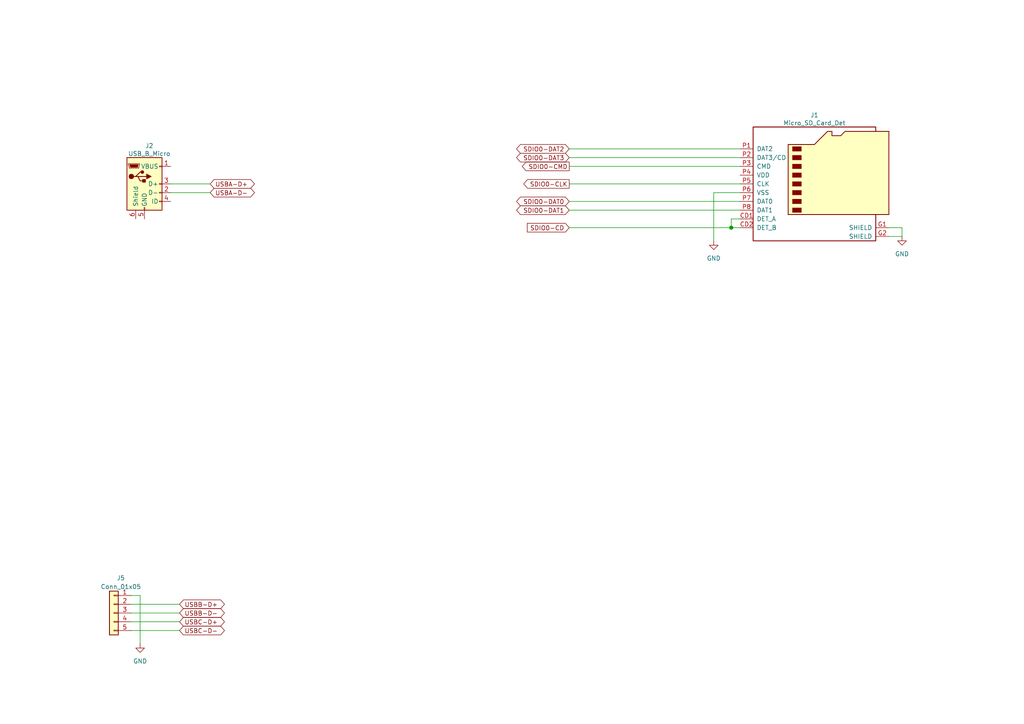
<source format=kicad_sch>
(kicad_sch (version 20210406) (generator eeschema)
  (paper "A4")
  (lib_symbols
    (symbol "Connector:USB_B_Micro" (pin_names (offset 1.016))
      (property "Reference" "J" (at -5.08 11.43 0))
      (property "Value" "USB_B_Micro" (at -5.08 8.89 0))
      (symbol "USB_B_Micro_0_1"
        (circle (center -3.81 2.159) (radius 0.635) (stroke (width 0.254)) (fill (type outline)))
        (circle (center -0.635 3.429) (radius 0.381) (stroke (width 0.254)) (fill (type outline)))
        (rectangle (start -0.127 -7.62) (end 0.127 -6.858))
        (rectangle (start 5.08 -5.207) (end 4.318 -4.953))
        (rectangle (start 5.08 -2.667) (end 4.318 -2.413))
        (rectangle (start 5.08 -0.127) (end 4.318 0.127))
        (rectangle (start 5.08 4.953) (end 4.318 5.207))
        (rectangle (start 0.254 1.27) (end -0.508 0.508) (stroke (width 0.254)) (fill (type outline)))
        (rectangle (start -5.08 -7.62) (end 5.08 7.62) (stroke (width 0.254)) (fill (type background)))
        (polyline (pts (xy -1.905 2.159) (xy 0.635 2.159)) (stroke (width 0.254)))
        (polyline (pts (xy -3.175 2.159) (xy -2.54 2.159) (xy -1.27 3.429) (xy -0.635 3.429)) (stroke (width 0.254)))
        (polyline (pts (xy -2.54 2.159) (xy -1.905 2.159) (xy -1.27 0.889) (xy 0 0.889)) (stroke (width 0.254)))
        (polyline (pts (xy -4.699 5.842) (xy -4.699 5.588) (xy -4.445 4.826) (xy -4.445 4.572) (xy -1.651 4.572) (xy -1.651 4.826) (xy -1.397 5.588) (xy -1.397 5.842) (xy -4.699 5.842)))
        (polyline (pts (xy 0.635 2.794) (xy 0.635 1.524) (xy 1.905 2.159) (xy 0.635 2.794)) (stroke (width 0.254)) (fill (type outline)))
        (polyline (pts (xy -4.318 5.588) (xy -1.778 5.588) (xy -2.032 4.826) (xy -4.064 4.826) (xy -4.318 5.588)) (fill (type outline)))
      )
      (symbol "USB_B_Micro_1_1"
        (pin power_out line (at 7.62 5.08 180) (length 2.54) (name "VBUS") (number "1"))
        (pin bidirectional line (at 7.62 -2.54 180) (length 2.54) (name "D-") (number "2"))
        (pin bidirectional line (at 7.62 0 180) (length 2.54) (name "D+") (number "3"))
        (pin passive line (at 7.62 -5.08 180) (length 2.54) (name "ID") (number "4"))
        (pin power_out line (at 0 -10.16 90) (length 2.54) (name "GND") (number "5"))
        (pin passive line (at -2.54 -10.16 90) (length 2.54) (name "Shield") (number "6"))
      )
    )
    (symbol "Connector_Generic:Conn_01x05" (pin_names (offset 1.016) hide)
      (property "Reference" "J" (at 0 7.62 0))
      (property "Value" "Conn_01x05" (at 0 -7.62 0))
      (symbol "Conn_01x05_1_1"
        (rectangle (start -1.27 -4.953) (end 0 -5.207) (stroke (width 0.1524)))
        (rectangle (start -1.27 -2.413) (end 0 -2.667) (stroke (width 0.1524)))
        (rectangle (start -1.27 0.127) (end 0 -0.127) (stroke (width 0.1524)))
        (rectangle (start -1.27 2.667) (end 0 2.413) (stroke (width 0.1524)))
        (rectangle (start -1.27 5.207) (end 0 4.953) (stroke (width 0.1524)))
        (rectangle (start -1.27 6.35) (end 1.27 -6.35) (stroke (width 0.254)) (fill (type background)))
        (pin passive line (at -5.08 5.08 0) (length 3.81) (name "Pin_1") (number "1"))
        (pin passive line (at -5.08 2.54 0) (length 3.81) (name "Pin_2") (number "2"))
        (pin passive line (at -5.08 0 0) (length 3.81) (name "Pin_3") (number "3"))
        (pin passive line (at -5.08 -2.54 0) (length 3.81) (name "Pin_4") (number "4"))
        (pin passive line (at -5.08 -5.08 0) (length 3.81) (name "Pin_5") (number "5"))
      )
    )
    (symbol "gct:Micro_SD_Card_Det" (pin_names (offset 1.016))
      (property "Reference" "J" (at -16.51 17.78 0))
      (property "Value" "Micro_SD_Card_Det" (at 16.51 17.78 0))
      (symbol "Micro_SD_Card_Det_0_1"
        (rectangle (start -7.62 -6.985) (end -5.08 -8.255) (fill (type outline)))
        (rectangle (start -7.62 -4.445) (end -5.08 -5.715) (fill (type outline)))
        (rectangle (start -7.62 -1.905) (end -5.08 -3.175) (fill (type outline)))
        (rectangle (start -7.62 0.635) (end -5.08 -0.635) (fill (type outline)))
        (rectangle (start -7.62 3.175) (end -5.08 1.905) (fill (type outline)))
        (rectangle (start -7.62 5.715) (end -5.08 4.445) (fill (type outline)))
        (rectangle (start -7.62 8.255) (end -5.08 6.985) (fill (type outline)))
        (rectangle (start -7.62 10.795) (end -5.08 9.525) (fill (type outline)))
        (polyline (pts (xy 16.51 15.24) (xy 16.51 16.51) (xy -19.05 16.51) (xy -19.05 -16.51) (xy 16.51 -16.51) (xy 16.51 -8.89)) (stroke (width 0.254)))
        (polyline (pts (xy -8.89 -8.89) (xy -8.89 11.43) (xy -1.27 11.43) (xy 2.54 15.24) (xy 3.81 15.24) (xy 3.81 13.97) (xy 6.35 13.97) (xy 7.62 15.24) (xy 20.32 15.24) (xy 20.32 -8.89) (xy -8.89 -8.89)) (stroke (width 0.254)) (fill (type background)))
      )
      (symbol "Micro_SD_Card_Det_1_1"
        (pin passive line (at -22.86 -10.16 0) (length 3.81) (name "DET_A") (number "CD1"))
        (pin passive line (at -22.86 -12.7 0) (length 3.81) (name "DET_B") (number "CD2"))
        (pin passive line (at 20.32 -12.7 180) (length 3.81) (name "SHIELD") (number "G1"))
        (pin passive line (at 20.32 -15.24 180) (length 3.81) (name "SHIELD") (number "G2"))
        (pin bidirectional line (at -22.86 10.16 0) (length 3.81) (name "DAT2") (number "P1"))
        (pin bidirectional line (at -22.86 7.62 0) (length 3.81) (name "DAT3/CD") (number "P2"))
        (pin input line (at -22.86 5.08 0) (length 3.81) (name "CMD") (number "P3"))
        (pin power_in line (at -22.86 2.54 0) (length 3.81) (name "VDD") (number "P4"))
        (pin input line (at -22.86 0 0) (length 3.81) (name "CLK") (number "P5"))
        (pin power_in line (at -22.86 -2.54 0) (length 3.81) (name "VSS") (number "P6"))
        (pin bidirectional line (at -22.86 -5.08 0) (length 3.81) (name "DAT0") (number "P7"))
        (pin bidirectional line (at -22.86 -7.62 0) (length 3.81) (name "DAT1") (number "P8"))
      )
    )
    (symbol "power:GND" (power) (pin_names (offset 0))
      (property "Value" "GND" (at 0 -3.81 0))
      (symbol "GND_0_1"
        (polyline (pts (xy 0 0) (xy 0 -1.27) (xy 1.27 -1.27) (xy 0 -2.54) (xy -1.27 -1.27) (xy 0 -1.27)))
      )
      (symbol "GND_1_1"
        (pin power_in line (at 0 0 270) (length 0) hide (name "GND") (number "1"))
      )
    )
  )
  (junction (at 212.09 66.04) (diameter 1.016))
  (wire (pts (xy 38.1 172.72) (xy 40.64 172.72)))
  (wire (pts (xy 38.1 175.26) (xy 52.07 175.26)))
  (wire (pts (xy 38.1 177.8) (xy 52.07 177.8)))
  (wire (pts (xy 38.1 180.34) (xy 52.07 180.34)))
  (wire (pts (xy 38.1 182.88) (xy 52.07 182.88)))
  (wire (pts (xy 40.64 172.72) (xy 40.64 186.69)))
  (wire (pts (xy 49.53 53.34) (xy 60.96 53.34)))
  (wire (pts (xy 49.53 55.88) (xy 60.96 55.88)))
  (wire (pts (xy 165.1 43.18) (xy 214.63 43.18)))
  (wire (pts (xy 165.1 45.72) (xy 214.63 45.72)))
  (wire (pts (xy 165.1 48.26) (xy 214.63 48.26)))
  (wire (pts (xy 165.1 53.34) (xy 214.63 53.34)))
  (wire (pts (xy 165.1 58.42) (xy 214.63 58.42)))
  (wire (pts (xy 165.1 60.96) (xy 214.63 60.96)))
  (wire (pts (xy 165.1 66.04) (xy 212.09 66.04)))
  (wire (pts (xy 207.01 55.88) (xy 207.01 69.85)))
  (wire (pts (xy 212.09 63.5) (xy 212.09 66.04)))
  (wire (pts (xy 212.09 66.04) (xy 214.63 66.04)))
  (wire (pts (xy 214.63 55.88) (xy 207.01 55.88)))
  (wire (pts (xy 214.63 63.5) (xy 212.09 63.5)))
  (wire (pts (xy 257.81 66.04) (xy 261.62 66.04)))
  (wire (pts (xy 261.62 66.04) (xy 261.62 68.58)))
  (wire (pts (xy 261.62 68.58) (xy 257.81 68.58)))
  (global_label "USBB-D+" (shape bidirectional) (at 52.07 175.26 0) (property "Intersheet References" "${INTERSHEET_REFS}" (effects hide)))
  (global_label "USBB-D-" (shape bidirectional) (at 52.07 177.8 0) (property "Intersheet References" "${INTERSHEET_REFS}" (effects hide)))
  (global_label "USBC-D+" (shape bidirectional) (at 52.07 180.34 0) (property "Intersheet References" "${INTERSHEET_REFS}" (effects hide)))
  (global_label "USBC-D-" (shape bidirectional) (at 52.07 182.88 0) (property "Intersheet References" "${INTERSHEET_REFS}" (effects hide)))
  (global_label "USBA-D+" (shape bidirectional) (at 60.96 53.34 0) (property "Intersheet References" "${INTERSHEET_REFS}" (effects hide)))
  (global_label "USBA-D-" (shape bidirectional) (at 60.96 55.88 0) (property "Intersheet References" "${INTERSHEET_REFS}" (effects hide)))
  (global_label "SDIO0-DAT2" (shape bidirectional) (at 165.1 43.18 180) (property "Intersheet References" "${INTERSHEET_REFS}" (effects hide)))
  (global_label "SDIO0-DAT3" (shape bidirectional) (at 165.1 45.72 180) (property "Intersheet References" "${INTERSHEET_REFS}" (effects hide)))
  (global_label "SDIO0-CMD" (shape output) (at 165.1 48.26 180) (property "Intersheet References" "${INTERSHEET_REFS}" (effects hide)))
  (global_label "SDIO0-CLK" (shape output) (at 165.1 53.34 180) (property "Intersheet References" "${INTERSHEET_REFS}" (effects hide)))
  (global_label "SDIO0-DAT0" (shape bidirectional) (at 165.1 58.42 180) (property "Intersheet References" "${INTERSHEET_REFS}" (effects hide)))
  (global_label "SDIO0-DAT1" (shape bidirectional) (at 165.1 60.96 180) (property "Intersheet References" "${INTERSHEET_REFS}" (effects hide)))
  (global_label "SDIO0-CD" (shape input) (at 165.1 66.04 180) (property "Intersheet References" "${INTERSHEET_REFS}" (effects hide)))
  (symbol (lib_id "power:GND") (at 40.64 186.69 0) (unit 1)
    (property "Reference" "#PWR0117" (effects hide))
    (property "Value" "GND" (at 40.64 191.77 0))
  )
  (symbol (lib_id "power:GND") (at 207.01 69.85 0) (unit 1)
    (property "Reference" "#PWR0116" (effects hide))
    (property "Value" "GND" (at 207.01 74.93 0))
  )
  (symbol (lib_id "power:GND") (at 261.62 68.58 0) (unit 1)
    (property "Reference" "#PWR0115" (effects hide))
    (property "Value" "GND" (at 261.62 73.66 0))
  )
  (symbol (lib_id "Connector_Generic:Conn_01x05") (at 33.02 177.8 0) (mirror y) (unit 1)
    (property "Reference" "J5" (at 35.052 167.64 0))
    (property "Value" "Conn_01x05" (at 35.052 170.18 0))
    (property "Footprint" "Connector_PinSocket_2.54mm:PinSocket_1x05_P2.54mm_Vertical" (effects hide))
  )
  (symbol (lib_id "Connector:USB_B_Micro") (at 41.91 53.34 0) (unit 1)
    (property "Reference" "J2" (at 43.307 42.2868 0))
    (property "Value" "USB_B_Micro" (at 43.307 44.5855 0))
    (property "Footprint" "Connector_USB:USB_Micro-B_Amphenol_10103594-0001LF_Horizontal" (effects hide))
  )
  (symbol (lib_id "gct:Micro_SD_Card_Det") (at 237.49 53.34 0) (unit 1)
    (property "Reference" "J1" (at 236.22 33.3968 0))
    (property "Value" "Micro_SD_Card_Det" (at 236.22 35.6955 0))
    (property "Footprint" "gct:MEM20610118800A" (effects hide))
    (property "Datasheet" "https://www.hirose.com/product/en/download_file/key_name/DM3/category/Catalog/doc_file_id/49662/?file_category_id=4&item_id=195&is_series=1" (effects hide))
  )
)
</source>
